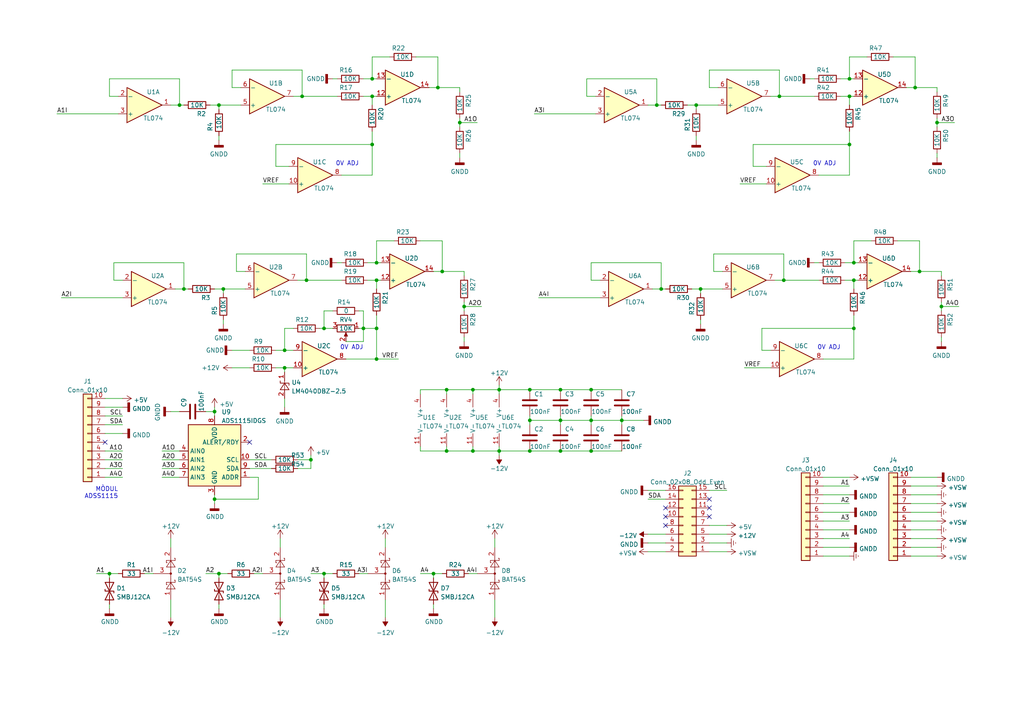
<source format=kicad_sch>
(kicad_sch (version 20211123) (generator eeschema)
  (paper "A4")
  (title_block (title "ain-4") (date "2023-06-30") (rev "2.1") (company "www.iotvertebrae.com") (comment 1 "Mechanical design: Xavier Pi") (comment 2 "Circuit & PCB design: Jordi Binefa"))
  (junction (at 271.78 35.56))
  (junction (at 162.56 121.92))
  (junction (at 129.54 130.81))
  (junction (at 82.55 101.6))
  (junction (at 87.63 27.94))
  (junction (at 93.98 166.37))
  (junction (at 107.95 27.94))
  (junction (at 127 25.4))
  (junction (at 153.67 121.92))
  (junction (at 53.34 83.82))
  (junction (at 134.62 88.9))
  (junction (at 162.56 130.81))
  (junction (at 171.45 113.03))
  (junction (at 125.73 166.37))
  (junction (at 52.07 30.48))
  (junction (at 109.22 81.28))
  (junction (at 64.77 83.82))
  (junction (at 162.56 113.03))
  (junction (at 227.33 81.28))
  (junction (at 246.38 22.86))
  (junction (at 62.23 119.38))
  (junction (at 137.16 130.81))
  (junction (at 105.41 95.25))
  (junction (at 226.06 27.94))
  (junction (at 31.75 166.37))
  (junction (at 265.43 25.4))
  (junction (at 246.38 27.94))
  (junction (at 273.05 88.9))
  (junction (at 109.22 76.2))
  (junction (at 107.95 41.91))
  (junction (at 129.54 113.03))
  (junction (at 153.67 130.81))
  (junction (at 62.23 144.78))
  (junction (at 109.22 95.25))
  (junction (at 128.27 78.74))
  (junction (at 133.35 35.56))
  (junction (at 191.77 83.82))
  (junction (at 180.34 121.92))
  (junction (at 109.22 104.14))
  (junction (at 107.95 22.86))
  (junction (at 190.5 30.48))
  (junction (at 171.45 130.81))
  (junction (at 201.93 30.48))
  (junction (at 137.16 113.03))
  (junction (at 90.17 133.35))
  (junction (at 88.9 81.28))
  (junction (at 203.2 83.82))
  (junction (at 144.78 113.03))
  (junction (at 63.5 30.48))
  (junction (at 82.55 106.68))
  (junction (at 266.7 78.74))
  (junction (at 247.65 76.2))
  (junction (at 171.45 121.92))
  (junction (at 247.65 95.25))
  (junction (at 153.67 113.03))
  (junction (at 63.5 166.37))
  (junction (at 144.78 130.81))
  (junction (at 93.98 95.25))
  (junction (at 247.65 81.28))
  (junction (at 246.38 41.91))
  (no_connect (at 205.74 144.78))
  (no_connect (at 205.74 147.32))
  (no_connect (at 193.04 147.32))
  (no_connect (at 193.04 149.86))
  (no_connect (at 193.04 152.4))
  (no_connect (at 205.74 149.86))
  (no_connect (at 72.39 128.27))
  (no_connect (at 30.48 128.27))
  (wire (pts (xy 106.68 81.28) (xy 109.22 81.28)))
  (wire (pts (xy 127 16.51) (xy 120.65 16.51)))
  (wire (pts (xy 271.78 25.4) (xy 271.78 26.67)))
  (wire (pts (xy 162.56 113.03) (xy 171.45 113.03)))
  (wire (pts (xy 35.56 81.28) (xy 33.02 81.28)))
  (wire (pts (xy 172.72 27.94) (xy 170.18 27.94)))
  (wire (pts (xy 238.76 151.13) (xy 246.38 151.13)))
  (wire (pts (xy 207.01 73.66) (xy 227.33 73.66)))
  (wire (pts (xy 62.23 118.11) (xy 62.23 119.38)))
  (wire (pts (xy 203.2 83.82) (xy 203.2 85.09)))
  (wire (pts (xy 162.56 120.65) (xy 162.56 121.92)))
  (wire (pts (xy 100.33 104.14) (xy 109.22 104.14)))
  (wire (pts (xy 107.95 27.94) (xy 109.22 27.94)))
  (wire (pts (xy 62.23 119.38) (xy 62.23 120.65)))
  (wire (pts (xy 82.55 115.57) (xy 82.55 118.11)))
  (wire (pts (xy 187.96 160.02) (xy 193.04 160.02)))
  (wire (pts (xy 143.51 173.99) (xy 143.51 179.07)))
  (wire (pts (xy 266.7 78.74) (xy 266.7 69.85)))
  (wire (pts (xy 93.98 166.37) (xy 93.98 167.64)))
  (wire (pts (xy 30.48 138.43) (xy 35.56 138.43)))
  (wire (pts (xy 238.76 153.67) (xy 246.38 153.67)))
  (wire (pts (xy 200.66 83.82) (xy 203.2 83.82)))
  (wire (pts (xy 31.75 27.94) (xy 31.75 22.86)))
  (wire (pts (xy 105.41 95.25) (xy 105.41 99.06)))
  (wire (pts (xy 63.5 30.48) (xy 69.85 30.48)))
  (wire (pts (xy 207.01 78.74) (xy 207.01 73.66)))
  (wire (pts (xy 238.76 146.05) (xy 246.38 146.05)))
  (wire (pts (xy 30.48 125.73) (xy 35.56 125.73)))
  (wire (pts (xy 264.16 156.21) (xy 271.78 156.21)))
  (wire (pts (xy 105.41 27.94) (xy 107.95 27.94)))
  (wire (pts (xy 205.74 154.94) (xy 210.82 154.94)))
  (wire (pts (xy 144.78 113.03) (xy 153.67 113.03)))
  (wire (pts (xy 265.43 25.4) (xy 271.78 25.4)))
  (wire (pts (xy 31.75 22.86) (xy 52.07 22.86)))
  (wire (pts (xy 109.22 81.28) (xy 109.22 83.82)))
  (wire (pts (xy 187.96 157.48) (xy 193.04 157.48)))
  (wire (pts (xy 153.67 121.92) (xy 162.56 121.92)))
  (wire (pts (xy 173.99 81.28) (xy 171.45 81.28)))
  (wire (pts (xy 271.78 35.56) (xy 271.78 36.83)))
  (wire (pts (xy 30.48 123.19) (xy 35.56 123.19)))
  (wire (pts (xy 52.07 30.48) (xy 49.53 30.48)))
  (wire (pts (xy 104.14 166.37) (xy 106.68 166.37)))
  (wire (pts (xy 74.93 144.78) (xy 62.23 144.78)))
  (wire (pts (xy 30.48 130.81) (xy 35.56 130.81)))
  (wire (pts (xy 109.22 104.14) (xy 109.22 95.25)))
  (wire (pts (xy 41.91 166.37) (xy 44.45 166.37)))
  (wire (pts (xy 49.53 119.38) (xy 52.07 119.38)))
  (wire (pts (xy 111.76 173.99) (xy 111.76 179.07)))
  (wire (pts (xy 30.48 133.35) (xy 35.56 133.35)))
  (wire (pts (xy 125.73 166.37) (xy 125.73 167.64)))
  (wire (pts (xy 105.41 90.17) (xy 105.41 95.25)))
  (wire (pts (xy 265.43 25.4) (xy 265.43 16.51)))
  (wire (pts (xy 82.55 106.68) (xy 82.55 107.95)))
  (wire (pts (xy 246.38 27.94) (xy 246.38 30.48)))
  (wire (pts (xy 187.96 142.24) (xy 193.04 142.24)))
  (wire (pts (xy 133.35 35.56) (xy 133.35 36.83)))
  (wire (pts (xy 247.65 91.44) (xy 247.65 95.25)))
  (wire (pts (xy 135.89 166.37) (xy 138.43 166.37)))
  (wire (pts (xy 266.7 78.74) (xy 273.05 78.74)))
  (wire (pts (xy 144.78 130.81) (xy 153.67 130.81)))
  (wire (pts (xy 72.39 133.35) (xy 78.74 133.35)))
  (wire (pts (xy 264.16 158.75) (xy 271.78 158.75)))
  (wire (pts (xy 205.74 157.48) (xy 210.82 157.48)))
  (wire (pts (xy 83.82 48.26) (xy 80.01 48.26)))
  (wire (pts (xy 144.78 111.76) (xy 144.78 113.03)))
  (wire (pts (xy 53.34 83.82) (xy 50.8 83.82)))
  (wire (pts (xy 72.39 135.89) (xy 78.74 135.89)))
  (wire (pts (xy 246.38 41.91) (xy 246.38 50.8)))
  (wire (pts (xy 125.73 78.74) (xy 128.27 78.74)))
  (wire (pts (xy 264.16 138.43) (xy 271.78 138.43)))
  (wire (pts (xy 82.55 101.6) (xy 82.55 95.25)))
  (wire (pts (xy 31.75 175.26) (xy 31.75 176.53)))
  (wire (pts (xy 156.21 86.36) (xy 173.99 86.36)))
  (wire (pts (xy 127 25.4) (xy 133.35 25.4)))
  (wire (pts (xy 107.95 22.86) (xy 109.22 22.86)))
  (wire (pts (xy 203.2 83.82) (xy 209.55 83.82)))
  (wire (pts (xy 137.16 130.81) (xy 137.16 129.54)))
  (wire (pts (xy 109.22 95.25) (xy 105.41 95.25)))
  (wire (pts (xy 105.41 22.86) (xy 107.95 22.86)))
  (wire (pts (xy 46.99 138.43) (xy 52.07 138.43)))
  (wire (pts (xy 109.22 76.2) (xy 109.22 69.85)))
  (wire (pts (xy 139.7 88.9) (xy 134.62 88.9)))
  (wire (pts (xy 137.16 113.03) (xy 129.54 113.03)))
  (wire (pts (xy 205.74 142.24) (xy 210.82 142.24)))
  (wire (pts (xy 264.16 146.05) (xy 271.78 146.05)))
  (wire (pts (xy 143.51 156.21) (xy 143.51 158.75)))
  (wire (pts (xy 74.93 138.43) (xy 74.93 144.78)))
  (wire (pts (xy 93.98 175.26) (xy 93.98 176.53)))
  (wire (pts (xy 205.74 160.02) (xy 210.82 160.02)))
  (wire (pts (xy 153.67 130.81) (xy 162.56 130.81)))
  (wire (pts (xy 208.28 25.4) (xy 205.74 25.4)))
  (wire (pts (xy 273.05 97.79) (xy 273.05 99.06)))
  (wire (pts (xy 107.95 22.86) (xy 107.95 16.51)))
  (wire (pts (xy 87.63 20.32) (xy 87.63 27.94)))
  (wire (pts (xy 199.39 30.48) (xy 201.93 30.48)))
  (wire (pts (xy 246.38 16.51) (xy 251.46 16.51)))
  (wire (pts (xy 144.78 113.03) (xy 137.16 113.03)))
  (wire (pts (xy 53.34 76.2) (xy 53.34 83.82)))
  (wire (pts (xy 264.16 153.67) (xy 271.78 153.67)))
  (wire (pts (xy 82.55 106.68) (xy 85.09 106.68)))
  (wire (pts (xy 153.67 120.65) (xy 153.67 121.92)))
  (wire (pts (xy 245.11 76.2) (xy 247.65 76.2)))
  (wire (pts (xy 124.46 25.4) (xy 127 25.4)))
  (wire (pts (xy 171.45 120.65) (xy 171.45 121.92)))
  (wire (pts (xy 62.23 143.51) (xy 62.23 144.78)))
  (wire (pts (xy 180.34 121.92) (xy 186.69 121.92)))
  (wire (pts (xy 33.02 76.2) (xy 53.34 76.2)))
  (wire (pts (xy 226.06 27.94) (xy 236.22 27.94)))
  (wire (pts (xy 226.06 27.94) (xy 223.52 27.94)))
  (wire (pts (xy 201.93 40.64) (xy 201.93 39.37)))
  (wire (pts (xy 238.76 143.51) (xy 246.38 143.51)))
  (wire (pts (xy 31.75 166.37) (xy 34.29 166.37)))
  (wire (pts (xy 243.84 27.94) (xy 246.38 27.94)))
  (wire (pts (xy 187.96 144.78) (xy 193.04 144.78)))
  (wire (pts (xy 69.85 25.4) (xy 67.31 25.4)))
  (wire (pts (xy 246.38 22.86) (xy 246.38 16.51)))
  (wire (pts (xy 265.43 16.51) (xy 259.08 16.51)))
  (wire (pts (xy 171.45 121.92) (xy 180.34 121.92)))
  (wire (pts (xy 109.22 76.2) (xy 110.49 76.2)))
  (wire (pts (xy 238.76 158.75) (xy 246.38 158.75)))
  (wire (pts (xy 245.11 81.28) (xy 247.65 81.28)))
  (wire (pts (xy 209.55 78.74) (xy 207.01 78.74)))
  (wire (pts (xy 238.76 138.43) (xy 246.38 138.43)))
  (wire (pts (xy 201.93 30.48) (xy 208.28 30.48)))
  (wire (pts (xy 154.94 33.02) (xy 172.72 33.02)))
  (wire (pts (xy 134.62 87.63) (xy 134.62 88.9)))
  (wire (pts (xy 162.56 121.92) (xy 162.56 123.19)))
  (wire (pts (xy 170.18 27.94) (xy 170.18 22.86)))
  (wire (pts (xy 264.16 151.13) (xy 271.78 151.13)))
  (wire (pts (xy 90.17 133.35) (xy 90.17 132.08)))
  (wire (pts (xy 129.54 130.81) (xy 137.16 130.81)))
  (wire (pts (xy 59.69 166.37) (xy 63.5 166.37)))
  (wire (pts (xy 205.74 25.4) (xy 205.74 20.32)))
  (wire (pts (xy 187.96 154.94) (xy 193.04 154.94)))
  (wire (pts (xy 273.05 88.9) (xy 273.05 90.17)))
  (wire (pts (xy 238.76 148.59) (xy 246.38 148.59)))
  (wire (pts (xy 264.16 161.29) (xy 271.78 161.29)))
  (wire (pts (xy 59.69 119.38) (xy 62.23 119.38)))
  (wire (pts (xy 144.78 129.54) (xy 144.78 130.81)))
  (wire (pts (xy 134.62 97.79) (xy 134.62 99.06)))
  (wire (pts (xy 264.16 148.59) (xy 271.78 148.59)))
  (wire (pts (xy 46.99 130.81) (xy 52.07 130.81)))
  (wire (pts (xy 271.78 34.29) (xy 271.78 35.56)))
  (wire (pts (xy 96.52 22.86) (xy 97.79 22.86)))
  (wire (pts (xy 90.17 135.89) (xy 90.17 133.35)))
  (wire (pts (xy 73.66 166.37) (xy 76.2 166.37)))
  (wire (pts (xy 247.65 69.85) (xy 252.73 69.85)))
  (wire (pts (xy 205.74 152.4) (xy 210.82 152.4)))
  (wire (pts (xy 72.39 138.43) (xy 74.93 138.43)))
  (wire (pts (xy 247.65 95.25) (xy 247.65 104.14)))
  (wire (pts (xy 222.25 48.26) (xy 218.44 48.26)))
  (wire (pts (xy 68.58 73.66) (xy 88.9 73.66)))
  (wire (pts (xy 109.22 69.85) (xy 114.3 69.85)))
  (wire (pts (xy 153.67 121.92) (xy 153.67 123.19)))
  (wire (pts (xy 264.16 140.97) (xy 271.78 140.97)))
  (wire (pts (xy 63.5 166.37) (xy 66.04 166.37)))
  (wire (pts (xy 76.2 53.34) (xy 83.82 53.34)))
  (wire (pts (xy 190.5 22.86) (xy 190.5 30.48)))
  (wire (pts (xy 273.05 78.74) (xy 273.05 80.01)))
  (wire (pts (xy 107.95 27.94) (xy 107.95 30.48)))
  (wire (pts (xy 246.38 27.94) (xy 247.65 27.94)))
  (wire (pts (xy 134.62 78.74) (xy 134.62 80.01)))
  (wire (pts (xy 16.51 33.02) (xy 34.29 33.02)))
  (wire (pts (xy 238.76 161.29) (xy 246.38 161.29)))
  (wire (pts (xy 162.56 130.81) (xy 171.45 130.81)))
  (wire (pts (xy 191.77 76.2) (xy 191.77 83.82)))
  (wire (pts (xy 81.28 156.21) (xy 81.28 158.75)))
  (wire (pts (xy 30.48 135.89) (xy 35.56 135.89)))
  (wire (pts (xy 104.14 90.17) (xy 105.41 90.17)))
  (wire (pts (xy 63.5 40.64) (xy 63.5 39.37)))
  (wire (pts (xy 100.33 99.06) (xy 105.41 99.06)))
  (wire (pts (xy 121.92 166.37) (xy 125.73 166.37)))
  (wire (pts (xy 191.77 83.82) (xy 193.04 83.82)))
  (wire (pts (xy 49.53 173.99) (xy 49.53 179.07)))
  (wire (pts (xy 90.17 166.37) (xy 93.98 166.37)))
  (wire (pts (xy 96.52 90.17) (xy 93.98 90.17)))
  (wire (pts (xy 243.84 22.86) (xy 246.38 22.86)))
  (wire (pts (xy 247.65 76.2) (xy 247.65 69.85)))
  (wire (pts (xy 99.06 50.8) (xy 107.95 50.8)))
  (wire (pts (xy 107.95 38.1) (xy 107.95 41.91)))
  (wire (pts (xy 128.27 78.74) (xy 128.27 69.85)))
  (wire (pts (xy 82.55 101.6) (xy 85.09 101.6)))
  (wire (pts (xy 64.77 83.82) (xy 71.12 83.82)))
  (wire (pts (xy 62.23 83.82) (xy 64.77 83.82)))
  (wire (pts (xy 144.78 113.03) (xy 144.78 114.3)))
  (wire (pts (xy 220.98 101.6) (xy 220.98 95.25)))
  (wire (pts (xy 49.53 156.21) (xy 49.53 158.75)))
  (wire (pts (xy 171.45 130.81) (xy 180.34 130.81)))
  (wire (pts (xy 133.35 25.4) (xy 133.35 26.67)))
  (wire (pts (xy 127 25.4) (xy 127 16.51)))
  (wire (pts (xy 271.78 44.45) (xy 271.78 45.72)))
  (wire (pts (xy 276.86 35.56) (xy 271.78 35.56)))
  (wire (pts (xy 144.78 130.81) (xy 137.16 130.81)))
  (wire (pts (xy 190.5 30.48) (xy 187.96 30.48)))
  (wire (pts (xy 53.34 83.82) (xy 54.61 83.82)))
  (wire (pts (xy 93.98 90.17) (xy 93.98 95.25)))
  (wire (pts (xy 214.63 53.34) (xy 222.25 53.34)))
  (wire (pts (xy 144.78 130.81) (xy 144.78 132.08)))
  (wire (pts (xy 86.36 133.35) (xy 90.17 133.35)))
  (wire (pts (xy 86.36 135.89) (xy 90.17 135.89)))
  (wire (pts (xy 203.2 93.98) (xy 203.2 92.71)))
  (wire (pts (xy 30.48 115.57) (xy 35.56 115.57)))
  (wire (pts (xy 34.29 27.94) (xy 31.75 27.94)))
  (wire (pts (xy 87.63 27.94) (xy 85.09 27.94)))
  (wire (pts (xy 218.44 41.91) (xy 246.38 41.91)))
  (wire (pts (xy 247.65 81.28) (xy 247.65 83.82)))
  (wire (pts (xy 137.16 113.03) (xy 137.16 114.3)))
  (wire (pts (xy 63.5 175.26) (xy 63.5 176.53)))
  (wire (pts (xy 171.45 121.92) (xy 171.45 123.19)))
  (wire (pts (xy 64.77 93.98) (xy 64.77 92.71)))
  (wire (pts (xy 205.74 20.32) (xy 226.06 20.32)))
  (wire (pts (xy 247.65 76.2) (xy 248.92 76.2)))
  (wire (pts (xy 191.77 83.82) (xy 189.23 83.82)))
  (wire (pts (xy 215.9 106.68) (xy 223.52 106.68)))
  (wire (pts (xy 201.93 30.48) (xy 201.93 31.75)))
  (wire (pts (xy 97.79 76.2) (xy 99.06 76.2)))
  (wire (pts (xy 153.67 113.03) (xy 162.56 113.03)))
  (wire (pts (xy 180.34 121.92) (xy 180.34 123.19)))
  (wire (pts (xy 60.96 30.48) (xy 63.5 30.48)))
  (wire (pts (xy 31.75 166.37) (xy 31.75 167.64)))
  (wire (pts (xy 67.31 101.6) (xy 72.39 101.6)))
  (wire (pts (xy 88.9 81.28) (xy 86.36 81.28)))
  (wire (pts (xy 133.35 44.45) (xy 133.35 45.72)))
  (wire (pts (xy 88.9 73.66) (xy 88.9 81.28)))
  (wire (pts (xy 227.33 81.28) (xy 237.49 81.28)))
  (wire (pts (xy 81.28 173.99) (xy 81.28 179.07)))
  (wire (pts (xy 262.89 25.4) (xy 265.43 25.4)))
  (wire (pts (xy 227.33 73.66) (xy 227.33 81.28)))
  (wire (pts (xy 105.41 95.25) (xy 104.14 95.25)))
  (wire (pts (xy 27.94 166.37) (xy 31.75 166.37)))
  (wire (pts (xy 226.06 20.32) (xy 226.06 27.94)))
  (wire (pts (xy 218.44 48.26) (xy 218.44 41.91)))
  (wire (pts (xy 220.98 95.25) (xy 247.65 95.25)))
  (wire (pts (xy 125.73 166.37) (xy 128.27 166.37)))
  (wire (pts (xy 236.22 76.2) (xy 237.49 76.2)))
  (wire (pts (xy 171.45 113.03) (xy 180.34 113.03)))
  (wire (pts (xy 88.9 81.28) (xy 99.06 81.28)))
  (wire (pts (xy 128.27 69.85) (xy 121.92 69.85)))
  (wire (pts (xy 246.38 22.86) (xy 247.65 22.86)))
  (wire (pts (xy 171.45 76.2) (xy 191.77 76.2)))
  (wire (pts (xy 138.43 35.56) (xy 133.35 35.56)))
  (wire (pts (xy 64.77 83.82) (xy 64.77 85.09)))
  (wire (pts (xy 227.33 81.28) (xy 224.79 81.28)))
  (wire (pts (xy 93.98 95.25) (xy 96.52 95.25)))
  (wire (pts (xy 237.49 50.8) (xy 246.38 50.8)))
  (wire (pts (xy 129.54 130.81) (xy 121.92 130.81)))
  (wire (pts (xy 30.48 118.11) (xy 35.56 118.11)))
  (wire (pts (xy 238.76 156.21) (xy 246.38 156.21)))
  (wire (pts (xy 190.5 30.48) (xy 191.77 30.48)))
  (wire (pts (xy 109.22 81.28) (xy 110.49 81.28)))
  (wire (pts (xy 87.63 27.94) (xy 97.79 27.94)))
  (wire (pts (xy 129.54 129.54) (xy 129.54 130.81)))
  (wire (pts (xy 71.12 78.74) (xy 68.58 78.74)))
  (wire (pts (xy 80.01 48.26) (xy 80.01 41.91)))
  (wire (pts (xy 170.18 22.86) (xy 190.5 22.86)))
  (wire (pts (xy 80.01 106.68) (xy 82.55 106.68)))
  (wire (pts (xy 67.31 20.32) (xy 87.63 20.32)))
  (wire (pts (xy 109.22 91.44) (xy 109.22 95.25)))
  (wire (pts (xy 234.95 22.86) (xy 236.22 22.86)))
  (wire (pts (xy 52.07 30.48) (xy 53.34 30.48)))
  (wire (pts (xy 264.16 143.51) (xy 271.78 143.51)))
  (wire (pts (xy 129.54 113.03) (xy 121.92 113.03)))
  (wire (pts (xy 62.23 144.78) (xy 62.23 146.05)))
  (wire (pts (xy 128.27 78.74) (xy 134.62 78.74)))
  (wire (pts (xy 247.65 81.28) (xy 248.92 81.28)))
  (wire (pts (xy 129.54 113.03) (xy 129.54 114.3)))
  (wire (pts (xy 67.31 106.68) (xy 72.39 106.68)))
  (wire (pts (xy 33.02 81.28) (xy 33.02 76.2)))
  (wire (pts (xy 30.48 120.65) (xy 35.56 120.65)))
  (wire (pts (xy 162.56 121.92) (xy 171.45 121.92)))
  (wire (pts (xy 80.01 41.91) (xy 107.95 41.91)))
  (wire (pts (xy 46.99 133.35) (xy 52.07 133.35)))
  (wire (pts (xy 180.34 120.65) (xy 180.34 121.92)))
  (wire (pts (xy 264.16 78.74) (xy 266.7 78.74)))
  (wire (pts (xy 46.99 135.89) (xy 52.07 135.89)))
  (wire (pts (xy 93.98 166.37) (xy 96.52 166.37)))
  (wire (pts (xy 63.5 30.48) (xy 63.5 31.75)))
  (wire (pts (xy 82.55 95.25) (xy 85.09 95.25)))
  (wire (pts (xy 52.07 22.86) (xy 52.07 30.48)))
  (wire (pts (xy 111.76 156.21) (xy 111.76 158.75)))
  (wire (pts (xy 238.76 140.97) (xy 246.38 140.97)))
  (wire (pts (xy 266.7 69.85) (xy 260.35 69.85)))
  (wire (pts (xy 109.22 104.14) (xy 115.57 104.14)))
  (wire (pts (xy 107.95 16.51) (xy 113.03 16.51)))
  (wire (pts (xy 107.95 41.91) (xy 107.95 50.8)))
  (wire (pts (xy 68.58 78.74) (xy 68.58 73.66)))
  (wire (pts (xy 121.92 113.03) (xy 121.92 114.3)))
  (wire (pts (xy 133.35 34.29) (xy 133.35 35.56)))
  (wire (pts (xy 171.45 81.28) (xy 171.45 76.2)))
  (wire (pts (xy 67.31 25.4) (xy 67.31 20.32)))
  (wire (pts (xy 80.01 101.6) (xy 82.55 101.6)))
  (wire (pts (xy 220.98 101.6) (xy 223.52 101.6)))
  (wire (pts (xy 17.78 86.36) (xy 35.56 86.36)))
  (wire (pts (xy 92.71 95.25) (xy 93.98 95.25)))
  (wire (pts (xy 246.38 38.1) (xy 246.38 41.91)))
  (wire (pts (xy 125.73 175.26) (xy 125.73 176.53)))
  (wire (pts (xy 121.92 130.81) (xy 121.92 129.54)))
  (wire (pts (xy 273.05 87.63) (xy 273.05 88.9)))
  (wire (pts (xy 63.5 166.37) (xy 63.5 167.64)))
  (wire (pts (xy 238.76 104.14) (xy 247.65 104.14)))
  (wire (pts (xy 278.13 88.9) (xy 273.05 88.9)))
  (wire (pts (xy 134.62 88.9) (xy 134.62 90.17)))
  (wire (pts (xy 106.68 76.2) (xy 109.22 76.2)))
  (text "0V ADJ" (at 243.84 101.6 180) (effects (font (size 1.27 1.27)) (justify right bottom)))
  (text "MÒDUL\nADSS1115" (at 34.29 144.78 180) (effects (font (size 1.27 1.27)) (justify right bottom)))
  (text "0V ADJ" (at 105.41 101.6 180) (effects (font (size 1.27 1.27)) (justify right bottom)))
  (text "0V ADJ" (at 104.14 48.26 180) (effects (font (size 1.27 1.27)) (justify right bottom)))
  (text "0V ADJ" (at 242.57 48.26 180) (effects (font (size 1.27 1.27)) (justify right bottom)))
  (label "A4O" (at 35.56 138.43 180))
  (label "A4O" (at 46.99 138.43 0))
  (label "A1" (at 246.38 140.97 180))
  (label "SDA" (at 77.47 135.89 180))
  (label "A4I" (at 156.21 86.36 0))
  (label "VREF" (at 115.57 104.14 180))
  (label "SCL" (at 77.47 133.35 180))
  (label "A2" (at 246.38 146.05 180))
  (label "A3I" (at 154.94 33.02 0))
  (label "A1I" (at 16.51 33.02 0))
  (label "A2" (at 59.69 166.37 0))
  (label "SCL" (at 35.56 120.65 180))
  (label "VREF" (at 214.63 53.34 0))
  (label "A2O" (at 139.7 88.9 180))
  (label "A1O" (at 35.56 130.81 180))
  (label "A3" (at 246.38 151.13 180))
  (label "A1I" (at 44.45 166.37 180))
  (label "A4I" (at 138.43 166.37 180))
  (label "A2O" (at 46.99 133.35 0))
  (label "A3O" (at 35.56 135.89 180))
  (label "A3O" (at 46.99 135.89 0))
  (label "VREF" (at 215.9 106.68 0))
  (label "A3" (at 90.17 166.37 0))
  (label "A3I" (at 106.68 166.37 180))
  (label "A4O" (at 278.13 88.9 180))
  (label "A1" (at 27.94 166.37 0))
  (label "A3O" (at 276.86 35.56 180))
  (label "SDA" (at 187.96 144.78 0))
  (label "A2I" (at 76.2 166.37 180))
  (label "A4" (at 246.38 156.21 180))
  (label "A1O" (at 46.99 130.81 0))
  (label "A2I" (at 17.78 86.36 0))
  (label "SDA" (at 35.56 123.19 180))
  (label "A1O" (at 138.43 35.56 180))
  (label "A2O" (at 35.56 133.35 180))
  (label "A4" (at 121.92 166.37 0))
  (label "SCL" (at 210.82 142.24 180))
  (label "VREF" (at 76.2 53.34 0))
  (symbol (lib_id "Device:R") (at 82.55 135.89 90) (unit 1)
    (property "Reference" "R54" (at 86.36 134.62 90))
    (property "Value" "10K" (at 82.55 135.89 90))
    (property "Footprint" "Resistor_SMD:R_0805_2012Metric_Pad1.20x1.40mm_HandSolder" (effects hide))
  )
  (symbol (lib_id "Device:R") (at 102.87 76.2 90) (unit 1)
    (property "Reference" "R18" (at 101.6 73.66 90))
    (property "Value" "10K" (at 102.87 76.2 90))
    (property "Footprint" "Resistor_SMD:R_0805_2012Metric_Pad1.20x1.40mm_HandSolder" (effects hide))
  )
  (symbol (lib_id "power:+5V") (at 90.17 132.08 0) (unit 1)
    (property "Reference" "#PWR066" (effects hide))
    (property "Value" "+5V" (at 91.567 131.2438 0) (effects (justify left)))
  )
  (symbol (lib_id "Device:R") (at 76.2 101.6 90) (unit 1)
    (property "Reference" "R9" (at 74.93 99.06 90))
    (property "Value" "10K" (at 76.2 101.6 90))
    (property "Footprint" "Resistor_SMD:R_0805_2012Metric_Pad1.20x1.40mm_HandSolder" (effects hide))
  )
  (symbol (lib_id "power:+VSW") (at 271.78 146.05 270) (unit 1)
    (property "Reference" "#PWR055" (effects hide))
    (property "Value" "+VSW" (at 274.955 146.4838 90) (effects (justify left)))
  )
  (symbol (lib_id "Device:R_Potentiometer") (at 100.33 95.25 270) (unit 1)
    (property "Reference" "RV4" (at 100.33 92.71 90))
    (property "Value" "10K" (at 100.33 95.25 90))
    (property "Footprint" "Potentiometer_THT:Potentiometer_Bourns_3296W_Vertical" (effects hide))
  )
  (symbol (lib_id "Device:R") (at 118.11 69.85 90) (unit 1)
    (property "Reference" "R23" (at 116.84 67.31 90))
    (property "Value" "10K" (at 118.11 69.85 90))
    (property "Footprint" "Resistor_SMD:R_0805_2012Metric_Pad1.20x1.40mm_HandSolder" (effects hide))
  )
  (symbol (lib_id "power:GNDD") (at 96.52 22.86 270) (unit 1)
    (property "Reference" "#PWR016" (effects hide))
    (property "Value" "GNDD" (at 88.9 22.86 90) (effects (justify left)))
  )
  (symbol (lib_id "Amplifier_Operational:TL074") (at 43.18 83.82 0) (mirror x) (unit 1)
    (property "Reference" "U2" (at 45.72 80.01 0))
    (property "Value" "TL074" (at 45.72 87.63 0))
    (property "Footprint" "Package_SO:SOIC-14_3.9x8.7mm_P1.27mm" (effects hide))
    (property "Datasheet" "http://www.ti.com/lit/ds/symlink/tl071.pdf" (effects hide))
  )
  (symbol (lib_id "Device:R") (at 63.5 35.56 0) (unit 1)
    (property "Reference" "R4" (at 60.96 38.1 90) (effects (justify left)))
    (property "Value" "10K" (at 63.5 37.465 90) (effects (justify left)))
    (property "Footprint" "Resistor_SMD:R_0805_2012Metric_Pad1.20x1.40mm_HandSolder" (effects hide))
  )
  (symbol (lib_id "power:+VSW") (at 271.78 140.97 270) (unit 1)
    (property "Reference" "#PWR053" (effects hide))
    (property "Value" "+VSW" (at 274.955 141.4038 90) (effects (justify left)))
  )
  (symbol (lib_id "Device:D_TVS") (at 125.73 171.45 90) (unit 1)
    (property "Reference" "D7" (at 127.762 170.6153 90) (effects (justify right)))
    (property "Value" "SMBJ12CA" (at 127.762 173.1522 90) (effects (justify right)))
    (property "Footprint" "Diode_SMD:D_SMB_Handsoldering" (effects hide))
  )
  (symbol (lib_id "power:Earth") (at 246.38 161.29 90) (unit 1)
    (property "Reference" "#PWR050" (effects hide))
    (property "Value" "Earth" (effects hide))
  )
  (symbol (lib_id "Device:R") (at 116.84 16.51 90) (unit 1)
    (property "Reference" "R22" (at 115.57 13.97 90))
    (property "Value" "10K" (at 116.84 16.51 90))
    (property "Footprint" "Resistor_SMD:R_0805_2012Metric_Pad1.20x1.40mm_HandSolder" (effects hide))
  )
  (symbol (lib_id "Device:R") (at 196.85 83.82 270) (unit 1)
    (property "Reference" "R30" (at 198.12 86.36 90))
    (property "Value" "10K" (at 196.85 83.82 90))
    (property "Footprint" "Resistor_SMD:R_0805_2012Metric_Pad1.20x1.40mm_HandSolder" (effects hide))
  )
  (symbol (lib_id "Device:R") (at 133.35 30.48 0) (unit 1)
    (property "Reference" "R25" (at 135.89 29.21 90))
    (property "Value" "10K" (at 133.35 30.48 90))
    (property "Footprint" "Resistor_SMD:R_0805_2012Metric_Pad1.20x1.40mm_HandSolder" (effects hide))
  )
  (symbol (lib_id "Amplifier_Operational:TL074") (at 41.91 30.48 0) (mirror x) (unit 1)
    (property "Reference" "U1" (at 44.45 26.67 0))
    (property "Value" "TL074" (at 44.45 34.29 0))
    (property "Footprint" "Package_SO:SOIC-14_3.9x8.7mm_P1.27mm" (effects hide))
    (property "Datasheet" "http://www.ti.com/lit/ds/symlink/tl071.pdf" (effects hide))
  )
  (symbol (lib_id "power:GNDD") (at 273.05 99.06 0) (unit 1)
    (property "Reference" "#PWR062" (effects hide))
    (property "Value" "GNDD" (at 273.05 103.1224 0))
  )
  (symbol (lib_id "Device:D_TVS") (at 31.75 171.45 90) (unit 1)
    (property "Reference" "D1" (at 33.782 170.6153 90) (effects (justify right)))
    (property "Value" "SMBJ12CA" (at 33.782 173.1522 90) (effects (justify right)))
    (property "Footprint" "Diode_SMD:D_SMB_Handsoldering" (effects hide))
  )
  (symbol (lib_id "power:GNDD") (at 203.2 93.98 0) (unit 1)
    (property "Reference" "#PWR039" (effects hide))
    (property "Value" "GNDD" (at 203.2 98.0424 0))
  )
  (symbol (lib_id "Diode:BAT54S") (at 143.51 166.37 270) (mirror x) (unit 1)
    (property "Reference" "D8" (at 145.415 165.5353 90) (effects (justify left)))
    (property "Value" "BAT54S" (at 145.415 168.0722 90) (effects (justify left)))
    (property "Footprint" "Package_TO_SOT_SMD:SOT-23" (effects hide))
    (property "Datasheet" "https://www.diodes.com/assets/Datasheets/ds11005.pdf" (effects hide))
  )
  (symbol (lib_id "Diode:BAT54S") (at 49.53 166.37 270) (mirror x) (unit 1)
    (property "Reference" "D2" (at 51.435 165.5353 90) (effects (justify left)))
    (property "Value" "BAT54S" (at 51.435 168.0722 90) (effects (justify left)))
    (property "Footprint" "Package_TO_SOT_SMD:SOT-23" (effects hide))
    (property "Datasheet" "https://www.diodes.com/assets/Datasheets/ds11005.pdf" (effects hide))
  )
  (symbol (lib_id "Device:R") (at 195.58 30.48 270) (unit 1)
    (property "Reference" "R29" (at 196.85 33.02 90))
    (property "Value" "10K" (at 195.58 30.48 90))
    (property "Footprint" "Resistor_SMD:R_0805_2012Metric_Pad1.20x1.40mm_HandSolder" (effects hide))
  )
  (symbol (lib_id "Device:R") (at 271.78 30.48 0) (unit 1)
    (property "Reference" "R49" (at 274.32 29.21 90))
    (property "Value" "10K" (at 271.78 30.48 90))
    (property "Footprint" "Resistor_SMD:R_0805_2012Metric_Pad1.20x1.40mm_HandSolder" (effects hide))
  )
  (symbol (lib_id "Amplifier_Operational:TL074") (at 255.27 25.4 0) (mirror x) (unit 4)
    (property "Reference" "U5" (at 256.54 21.59 0))
    (property "Value" "TL074" (at 257.81 29.21 0))
    (property "Footprint" "Package_SO:SOIC-14_3.9x8.7mm_P1.27mm" (effects hide))
    (property "Datasheet" "http://www.ti.com/lit/ds/symlink/tl071.pdf" (effects hide))
  )
  (symbol (lib_id "Device:R") (at 64.77 88.9 0) (unit 1)
    (property "Reference" "R5" (at 62.23 91.44 90) (effects (justify left)))
    (property "Value" "10K" (at 64.77 90.805 90) (effects (justify left)))
    (property "Footprint" "Resistor_SMD:R_0805_2012Metric_Pad1.20x1.40mm_HandSolder" (effects hide))
  )
  (symbol (lib_id "Amplifier_Operational:TL074") (at 215.9 27.94 0) (mirror x) (unit 2)
    (property "Reference" "U5" (at 218.44 24.13 0))
    (property "Value" "TL074" (at 218.44 31.75 0))
    (property "Footprint" "Package_SO:SOIC-14_3.9x8.7mm_P1.27mm" (effects hide))
    (property "Datasheet" "http://www.ti.com/lit/ds/symlink/tl071.pdf" (effects hide))
  )
  (symbol (lib_id "Device:R") (at 241.3 81.28 90) (unit 1)
    (property "Reference" "R44" (at 240.03 78.74 90))
    (property "Value" "10K" (at 241.3 81.28 90))
    (property "Footprint" "Resistor_SMD:R_0805_2012Metric_Pad1.20x1.40mm_HandSolder" (effects hide))
  )
  (symbol (lib_id "power:+VSW") (at 187.96 160.02 90) (unit 1)
    (property "Reference" "#PWR023" (effects hide))
    (property "Value" "+VSW" (at 184.7851 160.4538 90) (effects (justify left)))
  )
  (symbol (lib_id "Device:C") (at 162.56 127 0) (unit 1)
    (property "Reference" "C4" (at 163.83 124.46 0) (effects (justify left)))
    (property "Value" "100nF" (at 162.56 129.54 0) (effects (justify left)))
    (property "Footprint" "Capacitor_SMD:C_0805_2012Metric_Pad1.18x1.45mm_HandSolder" (effects hide))
  )
  (symbol (lib_id "Device:C") (at 153.67 127 0) (unit 1)
    (property "Reference" "C2" (at 154.94 124.46 0) (effects (justify left)))
    (property "Value" "100nF" (at 153.67 129.54 0) (effects (justify left)))
    (property "Footprint" "Capacitor_SMD:C_0805_2012Metric_Pad1.18x1.45mm_HandSolder" (effects hide))
  )
  (symbol (lib_id "Connector_Generic:Conn_02x08_Odd_Even") (at 200.66 152.4 180) (unit 1)
    (property "Reference" "J2" (at 199.39 137.2702 0))
    (property "Value" "Conn_02x08_Odd_Even" (at 199.39 139.8071 0))
    (property "Footprint" "Connector_IDC:IDC-Header_2x08_P2.54mm_Vertical" (effects hide))
  )
  (symbol (lib_id "power:GNDD") (at 246.38 148.59 90) (unit 1)
    (property "Reference" "#PWR047" (effects hide))
    (property "Value" "GNDD" (at 249.174 149.0238 90) (effects (justify right)))
  )
  (symbol (lib_id "power:-12V") (at 143.51 179.07 180) (unit 1)
    (property "Reference" "#PWR027" (effects hide))
    (property "Value" "-12V" (at 143.51 183.5134 0))
  )
  (symbol (lib_id "Device:R") (at 133.35 40.64 0) (unit 1)
    (property "Reference" "R26" (at 135.89 39.37 90))
    (property "Value" "10K" (at 133.35 40.64 90))
    (property "Footprint" "Resistor_SMD:R_0805_2012Metric_Pad1.20x1.40mm_HandSolder" (effects hide))
  )
  (symbol (lib_id "power:GNDD") (at 246.38 153.67 90) (unit 1)
    (property "Reference" "#PWR048" (effects hide))
    (property "Value" "GNDD" (at 249.174 154.1038 90) (effects (justify right)))
  )
  (symbol (lib_id "Device:R") (at 134.62 83.82 0) (unit 1)
    (property "Reference" "R27" (at 137.16 82.55 90))
    (property "Value" "10K" (at 134.62 83.82 90))
    (property "Footprint" "Resistor_SMD:R_0805_2012Metric_Pad1.20x1.40mm_HandSolder" (effects hide))
  )
  (symbol (lib_id "Device:R") (at 102.87 81.28 90) (unit 1)
    (property "Reference" "R19" (at 101.6 78.74 90))
    (property "Value" "10K" (at 102.87 81.28 90))
    (property "Footprint" "Resistor_SMD:R_0805_2012Metric_Pad1.20x1.40mm_HandSolder" (effects hide))
  )
  (symbol (lib_id "power:+5V") (at 62.23 118.11 0) (unit 1)
    (property "Reference" "#PWR064" (effects hide))
    (property "Value" "+5V" (at 63.627 117.2738 0) (effects (justify left)))
  )
  (symbol (lib_id "Amplifier_Operational:TL074") (at 180.34 30.48 0) (mirror x) (unit 1)
    (property "Reference" "U5" (at 182.88 26.67 0))
    (property "Value" "TL074" (at 182.88 34.29 0))
    (property "Footprint" "Package_SO:SOIC-14_3.9x8.7mm_P1.27mm" (effects hide))
    (property "Datasheet" "http://www.ti.com/lit/ds/symlink/tl071.pdf" (effects hide))
  )
  (symbol (lib_id "Device:C") (at 162.56 116.84 0) (unit 1)
    (property "Reference" "C3" (at 163.83 114.3 0) (effects (justify left)))
    (property "Value" "100nF" (at 162.56 119.38 0) (effects (justify left)))
    (property "Footprint" "Capacitor_SMD:C_0805_2012Metric_Pad1.18x1.45mm_HandSolder" (effects hide))
  )
  (symbol (lib_id "power:Earth") (at 271.78 158.75 90) (unit 1)
    (property "Reference" "#PWR060" (effects hide))
    (property "Value" "Earth" (effects hide))
  )
  (symbol (lib_id "power:GNDD") (at 62.23 146.05 0) (unit 1)
    (property "Reference" "#PWR065" (effects hide))
    (property "Value" "GNDD" (at 59.69 149.86 0) (effects (justify left)))
  )
  (symbol (lib_id "Device:R") (at 132.08 166.37 90) (unit 1)
    (property "Reference" "R24" (at 132.08 163.83 90))
    (property "Value" "33" (at 132.08 166.37 90))
    (property "Footprint" "Resistor_SMD:R_0805_2012Metric_Pad1.20x1.40mm_HandSolder" (effects hide))
  )
  (symbol (lib_id "Amplifier_Operational:TL074") (at 124.46 121.92 0) (unit 5)
    (property "Reference" "U1" (at 122.555 121.0853 0) (effects (justify left)))
    (property "Value" "TL074" (at 122.555 123.6222 0) (effects (justify left)))
    (property "Footprint" "Package_SO:SOIC-14_3.9x8.7mm_P1.27mm" (effects hide))
    (property "Datasheet" "http://www.ti.com/lit/ds/symlink/tl071.pdf" (effects hide))
  )
  (symbol (lib_id "Device:R") (at 107.95 34.29 0) (unit 1)
    (property "Reference" "R20" (at 110.49 33.02 90))
    (property "Value" "10K" (at 107.95 34.29 90))
    (property "Footprint" "Resistor_SMD:R_0805_2012Metric_Pad1.20x1.40mm_HandSolder" (effects hide))
  )
  (symbol (lib_id "Device:R") (at 101.6 22.86 90) (unit 1)
    (property "Reference" "R16" (at 100.33 20.32 90))
    (property "Value" "10K" (at 101.6 22.86 90))
    (property "Footprint" "Resistor_SMD:R_0805_2012Metric_Pad1.20x1.40mm_HandSolder" (effects hide))
  )
  (symbol (lib_id "Device:D_TVS") (at 63.5 171.45 90) (unit 1)
    (property "Reference" "D3" (at 65.532 170.6153 90) (effects (justify right)))
    (property "Value" "SMBJ12CA" (at 65.532 173.1522 90) (effects (justify right)))
    (property "Footprint" "Diode_SMD:D_SMB_Handsoldering" (effects hide))
  )
  (symbol (lib_id "Device:R") (at 69.85 166.37 90) (unit 1)
    (property "Reference" "R6" (at 69.85 163.83 90))
    (property "Value" "33" (at 69.85 166.37 90))
    (property "Footprint" "Resistor_SMD:R_0805_2012Metric_Pad1.20x1.40mm_HandSolder" (effects hide))
  )
  (symbol (lib_id "Device:R") (at 271.78 40.64 0) (unit 1)
    (property "Reference" "R50" (at 274.32 39.37 90))
    (property "Value" "10K" (at 271.78 40.64 90))
    (property "Footprint" "Resistor_SMD:R_0805_2012Metric_Pad1.20x1.40mm_HandSolder" (effects hide))
  )
  (symbol (lib_id "power:-12V") (at 187.96 154.94 90) (unit 1)
    (property "Reference" "#PWR021" (effects hide))
    (property "Value" "-12V" (at 184.785 155.3738 90) (effects (justify left)))
  )
  (symbol (lib_id "power:+VSW") (at 210.82 160.02 270) (unit 1)
    (property "Reference" "#PWR031" (effects hide))
    (property "Value" "+VSW" (at 213.995 160.4538 90) (effects (justify left)))
  )
  (symbol (lib_id "power:GNDD") (at 234.95 22.86 270) (unit 1)
    (property "Reference" "#PWR043" (effects hide))
    (property "Value" "GNDD" (at 227.33 22.86 90) (effects (justify left)))
  )
  (symbol (lib_id "power:GNDD") (at 236.22 76.2 270) (unit 1)
    (property "Reference" "#PWR044" (effects hide))
    (property "Value" "GNDD" (at 228.6 76.2 90) (effects (justify left)))
  )
  (symbol (lib_id "power:GNDD") (at 201.93 40.64 0) (unit 1)
    (property "Reference" "#PWR036" (effects hide))
    (property "Value" "GNDD" (at 201.93 44.7024 0))
  )
  (symbol (lib_id "Device:C") (at 171.45 127 0) (unit 1)
    (property "Reference" "C6" (at 172.72 124.46 0) (effects (justify left)))
    (property "Value" "100nF" (at 171.45 129.54 0) (effects (justify left)))
    (property "Footprint" "Capacitor_SMD:C_0805_2012Metric_Pad1.18x1.45mm_HandSolder" (effects hide))
  )
  (symbol (lib_id "power:GNDD") (at 246.38 158.75 90) (unit 1)
    (property "Reference" "#PWR049" (effects hide))
    (property "Value" "GNDD" (at 249.174 159.1838 90) (effects (justify right)))
  )
  (symbol (lib_id "Reference_Voltage:LM4040DBZ-2.5") (at 82.55 111.76 90) (unit 1)
    (property "Reference" "U4" (at 84.5566 110.9253 90) (effects (justify right)))
    (property "Value" "LM4040DBZ-2.5" (at 84.5566 113.4622 90) (effects (justify right)))
    (property "Footprint" "Package_TO_SOT_SMD:SOT-23" (effects hide))
    (property "Datasheet" "http://www.ti.com/lit/ds/symlink/lm4040-n.pdf" (effects hide))
  )
  (symbol (lib_id "Device:R") (at 201.93 35.56 0) (unit 1)
    (property "Reference" "R31" (at 199.39 38.1 90) (effects (justify left)))
    (property "Value" "10K" (at 201.93 37.592 90) (effects (justify left)))
    (property "Footprint" "Resistor_SMD:R_0805_2012Metric_Pad1.20x1.40mm_HandSolder" (effects hide))
  )
  (symbol (lib_id "power:+12V") (at 67.31 106.68 90) (unit 1)
    (property "Reference" "#PWR010" (effects hide))
    (property "Value" "+12V" (at 58.42 106.68 90) (effects (justify right)))
  )
  (symbol (lib_id "Device:R") (at 57.15 30.48 270) (unit 1)
    (property "Reference" "R2" (at 58.42 33.02 90))
    (property "Value" "10K" (at 57.15 30.48 90))
    (property "Footprint" "Resistor_SMD:R_0805_2012Metric_Pad1.20x1.40mm_HandSolder" (effects hide))
  )
  (symbol (lib_id "power:+12V") (at 49.53 156.21 0) (unit 1)
    (property "Reference" "#PWR04" (effects hide))
    (property "Value" "+12V" (at 49.53 152.6342 0))
  )
  (symbol (lib_id "Device:C") (at 55.88 119.38 90) (unit 1)
    (property "Reference" "C9" (at 53.34 118.11 0) (effects (justify left)))
    (property "Value" "100nF" (at 58.42 119.38 0) (effects (justify left)))
    (property "Footprint" "Capacitor_SMD:C_0805_2012Metric_Pad1.18x1.45mm_HandSolder" (effects hide))
  )
  (symbol (lib_id "power:GNDD") (at 187.96 157.48 270) (unit 1)
    (property "Reference" "#PWR022" (effects hide))
    (property "Value" "GNDD" (at 185.1661 157.9138 90) (effects (justify right)))
  )
  (symbol (lib_id "Amplifier_Operational:TL074") (at 231.14 104.14 0) (mirror x) (unit 3)
    (property "Reference" "U6" (at 232.41 100.33 0))
    (property "Value" "TL074" (at 233.68 107.95 0))
    (property "Footprint" "Package_SO:SOIC-14_3.9x8.7mm_P1.27mm" (effects hide))
    (property "Datasheet" "http://www.ti.com/lit/ds/symlink/tl071.pdf" (effects hide))
  )
  (symbol (lib_id "Device:R") (at 134.62 93.98 0) (unit 1)
    (property "Reference" "R28" (at 137.16 92.71 90))
    (property "Value" "10K" (at 134.62 93.98 90))
    (property "Footprint" "Resistor_SMD:R_0805_2012Metric_Pad1.20x1.40mm_HandSolder" (effects hide))
  )
  (symbol (lib_id "Amplifier_Operational:TL074") (at 132.08 121.92 0) (unit 5)
    (property "Reference" "U2" (at 130.175 121.0853 0) (effects (justify left)))
    (property "Value" "TL074" (at 130.175 123.6222 0) (effects (justify left)))
    (property "Footprint" "Package_SO:SOIC-14_3.9x8.7mm_P1.27mm" (effects hide))
    (property "Datasheet" "http://www.ti.com/lit/ds/symlink/tl071.pdf" (effects hide))
  )
  (symbol (lib_id "power:+12V") (at 143.51 156.21 0) (unit 1)
    (property "Reference" "#PWR026" (effects hide))
    (property "Value" "+12V" (at 143.51 152.6342 0))
  )
  (symbol (lib_id "Amplifier_Operational:TL074") (at 78.74 81.28 0) (mirror x) (unit 2)
    (property "Reference" "U2" (at 80.01 77.47 0))
    (property "Value" "TL074" (at 81.28 85.09 0))
    (property "Footprint" "Package_SO:SOIC-14_3.9x8.7mm_P1.27mm" (effects hide))
    (property "Datasheet" "http://www.ti.com/lit/ds/symlink/tl071.pdf" (effects hide))
  )
  (symbol (lib_id "Amplifier_Operational:TL074") (at 92.71 104.14 0) (mirror x) (unit 3)
    (property "Reference" "U2" (at 93.98 100.33 0))
    (property "Value" "TL074" (at 95.25 107.95 0))
    (property "Footprint" "Package_SO:SOIC-14_3.9x8.7mm_P1.27mm" (effects hide))
    (property "Datasheet" "http://www.ti.com/lit/ds/symlink/tl071.pdf" (effects hide))
  )
  (symbol (lib_id "power:GNDD") (at 186.69 121.92 90) (unit 1)
    (property "Reference" "#PWR040" (effects hide))
    (property "Value" "GNDD" (at 189.484 122.3538 90) (effects (justify right)))
  )
  (symbol (lib_id "power:Earth") (at 210.82 157.48 90) (unit 1)
    (property "Reference" "#PWR030" (effects hide))
    (property "Value" "Earth" (effects hide))
  )
  (symbol (lib_id "power:GNDD") (at 67.31 101.6 270) (unit 1)
    (property "Reference" "#PWR09" (effects hide))
    (property "Value" "GNDD" (at 59.69 101.6 90) (effects (justify left)))
  )
  (symbol (lib_id "Amplifier_Operational:TL074") (at 139.7 121.92 0) (unit 5)
    (property "Reference" "U5" (at 137.795 121.0853 0) (effects (justify left)))
    (property "Value" "TL074" (at 137.795 123.6222 0) (effects (justify left)))
    (property "Footprint" "Package_SO:SOIC-14_3.9x8.7mm_P1.27mm" (effects hide))
    (property "Datasheet" "http://www.ti.com/lit/ds/symlink/tl071.pdf" (effects hide))
  )
  (symbol (lib_id "power:GNDD") (at 64.77 93.98 0) (unit 1)
    (property "Reference" "#PWR011" (effects hide))
    (property "Value" "GNDD" (at 64.77 98.0424 0))
  )
  (symbol (lib_id "Device:R") (at 38.1 166.37 90) (unit 1)
    (property "Reference" "R1" (at 38.1 163.83 90))
    (property "Value" "33" (at 38.1 166.37 90))
    (property "Footprint" "Resistor_SMD:R_0805_2012Metric_Pad1.20x1.40mm_HandSolder" (effects hide))
  )
  (symbol (lib_id "Device:C") (at 180.34 127 0) (unit 1)
    (property "Reference" "C8" (at 181.61 124.46 0) (effects (justify left)))
    (property "Value" "100nF" (at 180.34 129.54 0) (effects (justify left)))
    (property "Footprint" "Capacitor_SMD:C_0805_2012Metric_Pad1.18x1.45mm_HandSolder" (effects hide))
  )
  (symbol (lib_id "Device:R") (at 240.03 27.94 90) (unit 1)
    (property "Reference" "R42" (at 238.76 25.4 90))
    (property "Value" "10K" (at 240.03 27.94 90))
    (property "Footprint" "Resistor_SMD:R_0805_2012Metric_Pad1.20x1.40mm_HandSolder" (effects hide))
  )
  (symbol (lib_id "power:GNDD") (at 134.62 99.06 0) (unit 1)
    (property "Reference" "#PWR025" (effects hide))
    (property "Value" "GNDD" (at 134.62 103.1224 0))
  )
  (symbol (lib_id "power:Earth") (at 271.78 143.51 90) (unit 1)
    (property "Reference" "#PWR054" (effects hide))
    (property "Value" "Earth" (effects hide))
  )
  (symbol (lib_id "power:+VSW") (at 271.78 151.13 270) (unit 1)
    (property "Reference" "#PWR057" (effects hide))
    (property "Value" "+VSW" (at 274.955 151.5638 90) (effects (justify left)))
  )
  (symbol (lib_id "Device:R") (at 273.05 93.98 0) (unit 1)
    (property "Reference" "R52" (at 275.59 92.71 90))
    (property "Value" "10K" (at 273.05 93.98 90))
    (property "Footprint" "Resistor_SMD:R_0805_2012Metric_Pad1.20x1.40mm_HandSolder" (effects hide))
  )
  (symbol (lib_id "Amplifier_Operational:TL074") (at 229.87 50.8 0) (mirror x) (unit 3)
    (property "Reference" "U5" (at 231.14 46.99 0))
    (property "Value" "TL074" (at 232.41 54.61 0))
    (property "Footprint" "Package_SO:SOIC-14_3.9x8.7mm_P1.27mm" (effects hide))
    (property "Datasheet" "http://www.ti.com/lit/ds/symlink/tl071.pdf" (effects hide))
  )
  (symbol (lib_id "power:-12V") (at 111.76 179.07 180) (unit 1)
    (property "Reference" "#PWR019" (effects hide))
    (property "Value" "-12V" (at 111.76 183.5134 0))
  )
  (symbol (lib_id "Amplifier_Operational:TL074") (at 147.32 121.92 0) (unit 5)
    (property "Reference" "U6" (at 145.415 121.0853 0) (effects (justify left)))
    (property "Value" "TL074" (at 145.415 123.6222 0) (effects (justify left)))
    (property "Footprint" "Package_SO:SOIC-14_3.9x8.7mm_P1.27mm" (effects hide))
    (property "Datasheet" "http://www.ti.com/lit/ds/symlink/tl071.pdf" (effects hide))
  )
  (symbol (lib_id "Device:R") (at 100.33 166.37 90) (unit 1)
    (property "Reference" "R15" (at 100.33 163.83 90))
    (property "Value" "33" (at 100.33 166.37 90))
    (property "Footprint" "Resistor_SMD:R_0805_2012Metric_Pad1.20x1.40mm_HandSolder" (effects hide))
  )
  (symbol (lib_id "Device:R") (at 241.3 76.2 90) (unit 1)
    (property "Reference" "R43" (at 240.03 73.66 90))
    (property "Value" "10K" (at 241.3 76.2 90))
    (property "Footprint" "Resistor_SMD:R_0805_2012Metric_Pad1.20x1.40mm_HandSolder" (effects hide))
  )
  (symbol (lib_id "power:GNDD") (at 246.38 143.51 90) (unit 1)
    (property "Reference" "#PWR046" (effects hide))
    (property "Value" "GNDD" (at 249.174 143.9438 90) (effects (justify right)))
  )
  (symbol (lib_id "Device:C") (at 153.67 116.84 0) (unit 1)
    (property "Reference" "C1" (at 154.94 114.3 0) (effects (justify left)))
    (property "Value" "100nF" (at 153.67 119.38 0) (effects (justify left)))
    (property "Footprint" "Capacitor_SMD:C_0805_2012Metric_Pad1.18x1.45mm_HandSolder" (effects hide))
  )
  (symbol (lib_id "Device:R") (at 58.42 83.82 270) (unit 1)
    (property "Reference" "R3" (at 59.69 86.36 90))
    (property "Value" "10K" (at 58.42 83.82 90))
    (property "Footprint" "Resistor_SMD:R_0805_2012Metric_Pad1.20x1.40mm_HandSolder" (effects hide))
  )
  (symbol (lib_id "power:GNDD") (at 82.55 118.11 0) (unit 1)
    (property "Reference" "#PWR015" (effects hide))
    (property "Value" "GNDD" (at 82.55 122.1724 0))
  )
  (symbol (lib_id "power:GNDD") (at 97.79 76.2 270) (unit 1)
    (property "Reference" "#PWR017" (effects hide))
    (property "Value" "GNDD" (at 90.17 76.2 90) (effects (justify left)))
  )
  (symbol (lib_id "power:-12V") (at 144.78 132.08 180) (unit 1)
    (property "Reference" "#PWR033" (effects hide))
    (property "Value" "-12V" (at 144.78 135.89 0))
  )
  (symbol (lib_id "power:+12V") (at 144.78 111.76 0) (unit 1)
    (property "Reference" "#PWR032" (effects hide))
    (property "Value" "+12V" (at 144.78 108.1842 0))
  )
  (symbol (lib_id "Device:R") (at 240.03 22.86 90) (unit 1)
    (property "Reference" "R41" (at 238.76 20.32 90))
    (property "Value" "10K" (at 240.03 22.86 90))
    (property "Footprint" "Resistor_SMD:R_0805_2012Metric_Pad1.20x1.40mm_HandSolder" (effects hide))
  )
  (symbol (lib_id "power:+12V") (at 111.76 156.21 0) (unit 1)
    (property "Reference" "#PWR018" (effects hide))
    (property "Value" "+12V" (at 111.76 152.6342 0))
  )
  (symbol (lib_id "Device:R") (at 100.33 90.17 270) (unit 1)
    (property "Reference" "R14" (at 97.79 87.63 90) (effects (justify left)))
    (property "Value" "0" (at 99.695 90.17 90) (effects (justify left)))
    (property "Footprint" "Resistor_SMD:R_0805_2012Metric_Pad1.20x1.40mm_HandSolder" (effects hide))
  )
  (symbol (lib_id "Device:R") (at 273.05 83.82 0) (unit 1)
    (property "Reference" "R51" (at 275.59 82.55 90))
    (property "Value" "10K" (at 273.05 83.82 90))
    (property "Footprint" "Resistor_SMD:R_0805_2012Metric_Pad1.20x1.40mm_HandSolder" (effects hide))
  )
  (symbol (lib_id "power:-12V") (at 81.28 179.07 180) (unit 1)
    (property "Reference" "#PWR014" (effects hide))
    (property "Value" "-12V" (at 81.28 183.5134 0))
  )
  (symbol (lib_id "Connector_Generic:Conn_01x10") (at 25.4 128.27 180) (unit 1)
    (property "Reference" "J1" (at 25.4 110.6002 0))
    (property "Value" "Conn_01x10" (at 25.4 113.1371 0))
    (property "Footprint" "Connector_PinSocket_2.54mm:PinSocket_1x10_P2.54mm_Vertical" (effects hide))
  )
  (symbol (lib_id "Device:R") (at 247.65 87.63 0) (unit 1)
    (property "Reference" "R46" (at 250.19 86.36 90))
    (property "Value" "10K" (at 247.65 87.63 90))
    (property "Footprint" "Resistor_SMD:R_0805_2012Metric_Pad1.20x1.40mm_HandSolder" (effects hide))
  )
  (symbol (lib_id "power:Earth") (at 271.78 153.67 90) (unit 1)
    (property "Reference" "#PWR058" (effects hide))
    (property "Value" "Earth" (effects hide))
  )
  (symbol (lib_id "Device:R") (at 76.2 106.68 90) (unit 1)
    (property "Reference" "R10" (at 74.93 104.14 90))
    (property "Value" "10K" (at 76.2 106.68 90))
    (property "Footprint" "Resistor_SMD:R_0805_2012Metric_Pad1.20x1.40mm_HandSolder" (effects hide))
  )
  (symbol (lib_id "Diode:BAT54S") (at 81.28 166.37 270) (mirror x) (unit 1)
    (property "Reference" "D4" (at 83.185 165.5353 90) (effects (justify left)))
    (property "Value" "BAT54S" (at 83.185 168.0722 90) (effects (justify left)))
    (property "Footprint" "Package_TO_SOT_SMD:SOT-23" (effects hide))
    (property "Datasheet" "https://www.diodes.com/assets/Datasheets/ds11005.pdf" (effects hide))
  )
  (symbol (lib_id "Amplifier_Operational:TL074") (at 217.17 81.28 0) (mirror x) (unit 2)
    (property "Reference" "U6" (at 218.44 77.47 0))
    (property "Value" "TL074" (at 219.71 85.09 0))
    (property "Footprint" "Package_SO:SOIC-14_3.9x8.7mm_P1.27mm" (effects hide))
    (property "Datasheet" "http://www.ti.com/lit/ds/symlink/tl071.pdf" (effects hide))
  )
  (symbol (lib_id "Device:R") (at 101.6 27.94 90) (unit 1)
    (property "Reference" "R17" (at 100.33 25.4 90))
    (property "Value" "10K" (at 101.6 27.94 90))
    (property "Footprint" "Resistor_SMD:R_0805_2012Metric_Pad1.20x1.40mm_HandSolder" (effects hide))
  )
  (symbol (lib_id "Amplifier_Operational:TL074") (at 256.54 78.74 0) (mirror x) (unit 4)
    (property "Reference" "U6" (at 257.81 74.93 0))
    (property "Value" "TL074" (at 259.08 82.55 0))
    (property "Footprint" "Package_SO:SOIC-14_3.9x8.7mm_P1.27mm" (effects hide))
    (property "Datasheet" "http://www.ti.com/lit/ds/symlink/tl071.pdf" (effects hide))
  )
  (symbol (lib_id "Amplifier_Operational:TL074") (at 118.11 78.74 0) (mirror x) (unit 4)
    (property "Reference" "U2" (at 119.38 74.93 0))
    (property "Value" "TL074" (at 120.65 82.55 0))
    (property "Footprint" "Package_SO:SOIC-14_3.9x8.7mm_P1.27mm" (effects hide))
    (property "Datasheet" "http://www.ti.com/lit/ds/symlink/tl071.pdf" (effects hide))
  )
  (symbol (lib_id "Amplifier_Operational:TL074") (at 181.61 83.82 0) (mirror x) (unit 1)
    (property "Reference" "U6" (at 184.15 80.01 0))
    (property "Value" "TL074" (at 184.15 87.63 0))
    (property "Footprint" "Package_SO:SOIC-14_3.9x8.7mm_P1.27mm" (effects hide))
    (property "Datasheet" "http://www.ti.com/lit/ds/symlink/tl071.pdf" (effects hide))
  )
  (symbol (lib_id "Device:R") (at 246.38 34.29 0) (unit 1)
    (property "Reference" "R45" (at 248.92 33.02 90))
    (property "Value" "10K" (at 246.38 34.29 90))
    (property "Footprint" "Resistor_SMD:R_0805_2012Metric_Pad1.20x1.40mm_HandSolder" (effects hide))
  )
  (symbol (lib_id "power:GNDD") (at 271.78 138.43 90) (unit 1)
    (property "Reference" "#PWR061" (effects hide))
    (property "Value" "GNDD" (at 274.574 138.8638 90) (effects (justify right)))
  )
  (symbol (lib_id "power:GNDD") (at 31.75 176.53 0) (unit 1)
    (property "Reference" "#PWR0103" (effects hide))
    (property "Value" "GNDD" (at 29.21 180.34 0) (effects (justify left)))
  )
  (symbol (lib_id "Diode:BAT54S") (at 111.76 166.37 270) (mirror x) (unit 1)
    (property "Reference" "D6" (at 113.665 165.5353 90) (effects (justify left)))
    (property "Value" "BAT54S" (at 113.665 168.0722 90) (effects (justify left)))
    (property "Footprint" "Package_TO_SOT_SMD:SOT-23" (effects hide))
    (property "Datasheet" "https://www.diodes.com/assets/Datasheets/ds11005.pdf" (effects hide))
  )
  (symbol (lib_id "Device:R") (at 82.55 133.35 90) (unit 1)
    (property "Reference" "R53" (at 86.36 132.08 90))
    (property "Value" "10K" (at 82.55 133.35 90))
    (property "Footprint" "Resistor_SMD:R_0805_2012Metric_Pad1.20x1.40mm_HandSolder" (effects hide))
  )
  (symbol (lib_id "Device:R") (at 203.2 88.9 0) (unit 1)
    (property "Reference" "R32" (at 200.66 91.44 90) (effects (justify left)))
    (property "Value" "10K" (at 203.2 90.805 90) (effects (justify left)))
    (property "Footprint" "Resistor_SMD:R_0805_2012Metric_Pad1.20x1.40mm_HandSolder" (effects hide))
  )
  (symbol (lib_id "power:+12V") (at 81.28 156.21 0) (unit 1)
    (property "Reference" "#PWR013" (effects hide))
    (property "Value" "+12V" (at 81.28 152.6342 0))
  )
  (symbol (lib_id "power:Earth") (at 271.78 148.59 90) (unit 1)
    (property "Reference" "#PWR056" (effects hide))
    (property "Value" "Earth" (effects hide))
  )
  (symbol (lib_id "Device:D_TVS") (at 93.98 171.45 90) (unit 1)
    (property "Reference" "D5" (at 96.012 170.6153 90) (effects (justify right)))
    (property "Value" "SMBJ12CA" (at 96.012 173.1522 90) (effects (justify right)))
    (property "Footprint" "Diode_SMD:D_SMB_Handsoldering" (effects hide))
  )
  (symbol (lib_id "power:+5V") (at 35.56 115.57 270) (unit 1)
    (property "Reference" "#PWR01" (effects hide))
    (property "Value" "+5V" (at 38.735 116.0038 90) (effects (justify left)))
  )
  (symbol (lib_id "power:GNDD") (at 133.35 45.72 0) (unit 1)
    (property "Reference" "#PWR024" (effects hide))
    (property "Value" "GNDD" (at 133.35 49.7824 0))
  )
  (symbol (lib_id "Amplifier_Operational:TL074") (at 116.84 25.4 0) (mirror x) (unit 4)
    (property "Reference" "U1" (at 118.11 21.59 0))
    (property "Value" "TL074" (at 119.38 29.21 0))
    (property "Footprint" "Package_SO:SOIC-14_3.9x8.7mm_P1.27mm" (effects hide))
    (property "Datasheet" "http://www.ti.com/lit/ds/symlink/tl071.pdf" (effects hide))
  )
  (symbol (lib_id "power:+12V") (at 210.82 154.94 270) (unit 1)
    (property "Reference" "#PWR029" (effects hide))
    (property "Value" "+12V" (at 213.995 155.3738 90) (effects (justify left)))
  )
  (symbol (lib_id "Device:R") (at 256.54 69.85 90) (unit 1)
    (property "Reference" "R48" (at 255.27 67.31 90))
    (property "Value" "10K" (at 256.54 69.85 90))
    (property "Footprint" "Resistor_SMD:R_0805_2012Metric_Pad1.20x1.40mm_HandSolder" (effects hide))
  )
  (symbol (lib_id "Amplifier_Operational:TL074") (at 91.44 50.8 0) (mirror x) (unit 3)
    (property "Reference" "U1" (at 92.71 46.99 0))
    (property "Value" "TL074" (at 93.98 54.61 0))
    (property "Footprint" "Package_SO:SOIC-14_3.9x8.7mm_P1.27mm" (effects hide))
    (property "Datasheet" "http://www.ti.com/lit/ds/symlink/tl071.pdf" (effects hide))
  )
  (symbol (lib_id "power:GNDD") (at 187.96 142.24 270) (unit 1)
    (property "Reference" "#PWR020" (effects hide))
    (property "Value" "GNDD" (at 185.1661 142.6738 90) (effects (justify right)))
  )
  (symbol (lib_id "Device:R") (at 109.22 87.63 0) (unit 1)
    (property "Reference" "R21" (at 111.76 86.36 90))
    (property "Value" "10K" (at 109.22 87.63 90))
    (property "Footprint" "Resistor_SMD:R_0805_2012Metric_Pad1.20x1.40mm_HandSolder" (effects hide))
  )
  (symbol (lib_id "Connector_Generic:Conn_01x10") (at 259.08 151.13 180) (unit 1)
    (property "Reference" "J4" (at 259.08 133.4602 0))
    (property "Value" "Conn_01x10" (at 259.08 135.9971 0))
    (property "Footprint" "Connector_Phoenix_MSTB:PhoenixContact_MSTBVA_2,5_10-G-5,08_1x10_P5.08mm_Vertical" (effects hide))
  )
  (symbol (lib_id "power:GNDD") (at 35.56 125.73 90) (unit 1)
    (property "Reference" "#PWR03" (effects hide))
    (property "Value" "GNDD" (at 38.354 126.1638 90) (effects (justify right)))
  )
  (symbol (lib_id "power:GNDD") (at 35.56 118.11 90) (unit 1)
    (property "Reference" "#PWR02" (effects hide))
    (property "Value" "GNDD" (at 38.354 118.5438 90) (effects (justify right)))
  )
  (symbol (lib_id "power:+5V") (at 210.82 152.4 270) (unit 1)
    (property "Reference" "#PWR028" (effects hide))
    (property "Value" "+5V" (at 213.995 152.8338 90) (effects (justify left)))
  )
  (symbol (lib_id "power:GNDD") (at 63.5 176.53 0) (unit 1)
    (property "Reference" "#PWR0104" (effects hide))
    (property "Value" "GNDD" (at 60.96 180.34 0) (effects (justify left)))
  )
  (symbol (lib_id "Device:R") (at 88.9 95.25 90) (unit 1)
    (property "Reference" "R12" (at 87.63 92.71 90))
    (property "Value" "10K" (at 88.9 95.25 90))
    (property "Footprint" "Resistor_SMD:R_0805_2012Metric_Pad1.20x1.40mm_HandSolder" (effects hide))
  )
  (symbol (lib_id "power:GNDD") (at 63.5 40.64 0) (unit 1)
    (property "Reference" "#PWR08" (effects hide))
    (property "Value" "GNDD" (at 63.5 44.7024 0))
  )
  (symbol (lib_id "power:GNDD") (at 93.98 176.53 0) (unit 1)
    (property "Reference" "#PWR0102" (effects hide))
    (property "Value" "GNDD" (at 91.44 180.34 0) (effects (justify left)))
  )
  (symbol (lib_id "Amplifier_Operational:TL074") (at 77.47 27.94 0) (mirror x) (unit 2)
    (property "Reference" "U1" (at 80.01 24.13 0))
    (property "Value" "TL074" (at 80.01 31.75 0))
    (property "Footprint" "Package_SO:SOIC-14_3.9x8.7mm_P1.27mm" (effects hide))
    (property "Datasheet" "http://www.ti.com/lit/ds/symlink/tl071.pdf" (effects hide))
  )
  (symbol (lib_id "power:-12V") (at 49.53 179.07 180) (unit 1)
    (property "Reference" "#PWR05" (effects hide))
    (property "Value" "-12V" (at 49.53 183.5134 0))
  )
  (symbol (lib_id "Device:R") (at 255.27 16.51 90) (unit 1)
    (property "Reference" "R47" (at 254 13.97 90))
    (property "Value" "10K" (at 255.27 16.51 90))
    (property "Footprint" "Resistor_SMD:R_0805_2012Metric_Pad1.20x1.40mm_HandSolder" (effects hide))
  )
  (symbol (lib_id "power:+VSW") (at 246.38 138.43 270) (unit 1)
    (property "Reference" "#PWR045" (effects hide))
    (property "Value" "+VSW" (at 249.555 138.8638 90) (effects (justify left)))
  )
  (symbol (lib_id "Analog_ADC:ADS1115IDGS") (at 62.23 133.35 0) (unit 1)
    (property "Reference" "U9" (at 64.2494 119.4902 0) (effects (justify left)))
    (property "Value" "ADS1115IDGS" (at 64.2494 122.0271 0) (effects (justify left)))
    (property "Footprint" "Package_SO:TSSOP-10_3x3mm_P0.5mm" (effects hide))
    (property "Datasheet" "http://www.ti.com/lit/ds/symlink/ads1113.pdf" (effects hide))
  )
  (symbol (lib_id "power:GNDD") (at 271.78 45.72 0) (unit 1)
    (property "Reference" "#PWR051" (effects hide))
    (property "Value" "GNDD" (at 271.78 49.7824 0))
  )
  (symbol (lib_id "Device:C") (at 171.45 116.84 0) (unit 1)
    (property "Reference" "C5" (at 172.72 114.3 0) (effects (justify left)))
    (property "Value" "100nF" (at 171.45 119.38 0) (effects (justify left)))
    (property "Footprint" "Capacitor_SMD:C_0805_2012Metric_Pad1.18x1.45mm_HandSolder" (effects hide))
  )
  (symbol (lib_id "power:+VSW") (at 271.78 156.21 270) (unit 1)
    (property "Reference" "#PWR059" (effects hide))
    (property "Value" "+VSW" (at 274.955 156.6438 90) (effects (justify left)))
  )
  (symbol (lib_id "Connector_Generic:Conn_01x10") (at 233.68 151.13 180) (unit 1)
    (property "Reference" "J3" (at 233.68 133.4602 0))
    (property "Value" "Conn_01x10" (at 233.68 135.9971 0))
    (property "Footprint" "Connector_Phoenix_MSTB:PhoenixContact_MSTBA_2,5_10-G_1x10_P5.00mm_Horizontal" (effects hide))
  )
  (symbol (lib_id "power:GNDD") (at 49.53 119.38 270) (unit 1)
    (property "Reference" "#PWR063" (effects hide))
    (property "Value" "GNDD" (at 45.72 116.84 0) (effects (justify left)))
  )
  (symbol (lib_id "power:GNDD") (at 125.73 176.53 0) (unit 1)
    (property "Reference" "#PWR0101" (effects hide))
    (property "Value" "GNDD" (at 123.19 180.34 0) (effects (justify left)))
  )
  (symbol (lib_id "power:+VSW") (at 271.78 161.29 270) (unit 1)
    (property "Reference" "#PWR052" (effects hide))
    (property "Value" "+VSW" (at 274.955 161.7238 90) (effects (justify left)))
  )
  (symbol (lib_id "Device:C") (at 180.34 116.84 0) (unit 1)
    (property "Reference" "C7" (at 181.61 114.3 0) (effects (justify left)))
    (property "Value" "100nF" (at 180.34 119.38 0) (effects (justify left)))
    (property "Footprint" "Capacitor_SMD:C_0805_2012Metric_Pad1.18x1.45mm_HandSolder" (effects hide))
  )
)
</source>
